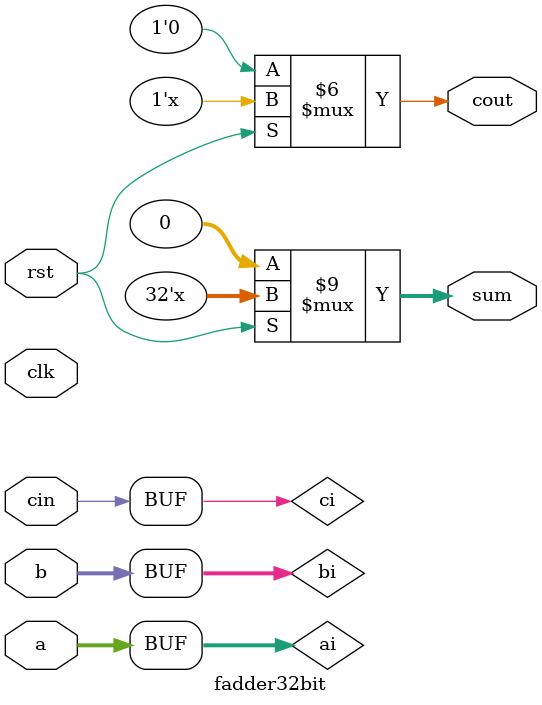
<source format=v>
module fadder32bit(sum,cout,a,b,cin,clk,rst);
	parameter n = 32;
	input [n-1:0]a,b;
	input cin,clk,rst;
	output reg[n-1:0]sum;
	output reg cout;
	reg [n-1:0]ai,bi;
	reg ci;

	always @(posedgeclk)begin
		ai<=a;   bi<=b;
		ci<=cin;
	if(~rst)begin
		sum<=0;
		cout<=0;
	end
	else
		{cout,sum}<=ai+bi+ci;
	end
endmodule

</source>
